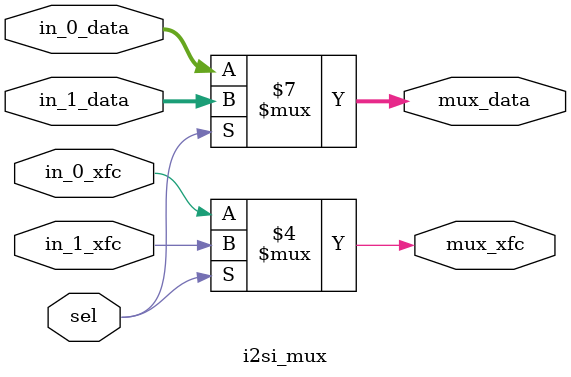
<source format=v>

`timescale 1ns / 1ps

module i2si_mux(in_0_data, in_0_xfc, in_1_data, in_1_xfc, sel, mux_data, mux_xfc);
    
    //Ports
    input           [31:0]              in_0_data;                  //First input data value
    input                               in_0_xfc;                   //First input xfc value
    input           [31:0]              in_1_data;                  //Second input data value
    input                               in_1_xfc;                   //Second input xfc value
    input                               sel;                        //select input to select either input 0 or 1

    output reg      [31:0]              mux_data;                   //mux data output value
    output reg                          mux_xfc;                    //mux xfc output value
                
                
    always @ (sel or in_0_data or in_0_xfc or in_1_data or in_1_xfc)
    begin
        if (sel == 1'b0)
        begin
            mux_data <= in_0_data;
            mux_xfc  <= in_0_xfc;
        end
        else
        begin
            mux_data <= in_1_data;
            mux_xfc  <= in_1_xfc;
        end
    end 
    
endmodule

</source>
